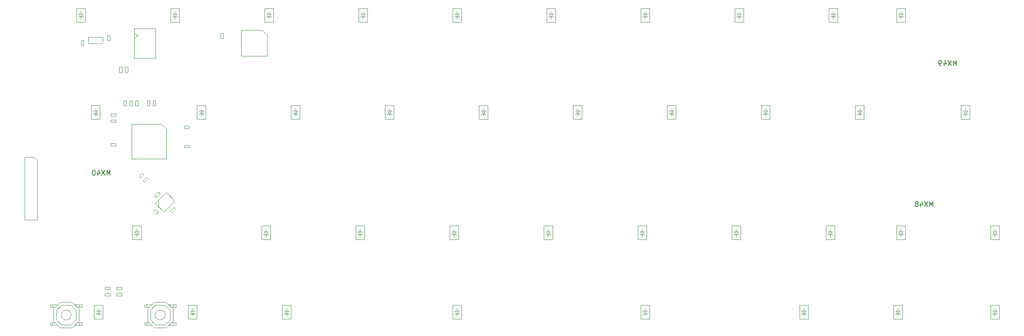
<source format=gbr>
%TF.GenerationSoftware,KiCad,Pcbnew,7.0.6*%
%TF.CreationDate,2023-12-03T11:50:16-05:00*%
%TF.ProjectId,cutiepie2040-dual-stagger-hotswap-pcb,63757469-6570-4696-9532-3034302d6475,rev?*%
%TF.SameCoordinates,PX2d6b3a0PY6f46b48*%
%TF.FileFunction,AssemblyDrawing,Bot*%
%FSLAX46Y46*%
G04 Gerber Fmt 4.6, Leading zero omitted, Abs format (unit mm)*
G04 Created by KiCad (PCBNEW 7.0.6) date 2023-12-03 11:50:16*
%MOMM*%
%LPD*%
G01*
G04 APERTURE LIST*
%ADD10C,0.150000*%
%ADD11C,0.100000*%
G04 APERTURE END LIST*
D10*
X189880732Y58282929D02*
X189880732Y59282929D01*
X189880732Y59282929D02*
X189547399Y58568644D01*
X189547399Y58568644D02*
X189214066Y59282929D01*
X189214066Y59282929D02*
X189214066Y58282929D01*
X188833113Y59282929D02*
X188166447Y58282929D01*
X188166447Y59282929D02*
X188833113Y58282929D01*
X187356923Y58949596D02*
X187356923Y58282929D01*
X187595018Y59330548D02*
X187833113Y58616263D01*
X187833113Y58616263D02*
X187214066Y58616263D01*
X186785494Y58282929D02*
X186595018Y58282929D01*
X186595018Y58282929D02*
X186499780Y58330548D01*
X186499780Y58330548D02*
X186452161Y58378168D01*
X186452161Y58378168D02*
X186356923Y58521025D01*
X186356923Y58521025D02*
X186309304Y58711501D01*
X186309304Y58711501D02*
X186309304Y59092453D01*
X186309304Y59092453D02*
X186356923Y59187691D01*
X186356923Y59187691D02*
X186404542Y59235310D01*
X186404542Y59235310D02*
X186499780Y59282929D01*
X186499780Y59282929D02*
X186690256Y59282929D01*
X186690256Y59282929D02*
X186785494Y59235310D01*
X186785494Y59235310D02*
X186833113Y59187691D01*
X186833113Y59187691D02*
X186880732Y59092453D01*
X186880732Y59092453D02*
X186880732Y58854358D01*
X186880732Y58854358D02*
X186833113Y58759120D01*
X186833113Y58759120D02*
X186785494Y58711501D01*
X186785494Y58711501D02*
X186690256Y58663882D01*
X186690256Y58663882D02*
X186499780Y58663882D01*
X186499780Y58663882D02*
X186404542Y58711501D01*
X186404542Y58711501D02*
X186356923Y58759120D01*
X186356923Y58759120D02*
X186309304Y58854358D01*
X185118088Y29707695D02*
X185118088Y30707695D01*
X185118088Y30707695D02*
X184784755Y29993410D01*
X184784755Y29993410D02*
X184451422Y30707695D01*
X184451422Y30707695D02*
X184451422Y29707695D01*
X184070469Y30707695D02*
X183403803Y29707695D01*
X183403803Y30707695D02*
X184070469Y29707695D01*
X182594279Y30374362D02*
X182594279Y29707695D01*
X182832374Y30755314D02*
X183070469Y30041029D01*
X183070469Y30041029D02*
X182451422Y30041029D01*
X181927612Y30279124D02*
X182022850Y30326743D01*
X182022850Y30326743D02*
X182070469Y30374362D01*
X182070469Y30374362D02*
X182118088Y30469600D01*
X182118088Y30469600D02*
X182118088Y30517219D01*
X182118088Y30517219D02*
X182070469Y30612457D01*
X182070469Y30612457D02*
X182022850Y30660076D01*
X182022850Y30660076D02*
X181927612Y30707695D01*
X181927612Y30707695D02*
X181737136Y30707695D01*
X181737136Y30707695D02*
X181641898Y30660076D01*
X181641898Y30660076D02*
X181594279Y30612457D01*
X181594279Y30612457D02*
X181546660Y30517219D01*
X181546660Y30517219D02*
X181546660Y30469600D01*
X181546660Y30469600D02*
X181594279Y30374362D01*
X181594279Y30374362D02*
X181641898Y30326743D01*
X181641898Y30326743D02*
X181737136Y30279124D01*
X181737136Y30279124D02*
X181927612Y30279124D01*
X181927612Y30279124D02*
X182022850Y30231505D01*
X182022850Y30231505D02*
X182070469Y30183886D01*
X182070469Y30183886D02*
X182118088Y30088648D01*
X182118088Y30088648D02*
X182118088Y29898172D01*
X182118088Y29898172D02*
X182070469Y29802934D01*
X182070469Y29802934D02*
X182022850Y29755314D01*
X182022850Y29755314D02*
X181927612Y29707695D01*
X181927612Y29707695D02*
X181737136Y29707695D01*
X181737136Y29707695D02*
X181641898Y29755314D01*
X181641898Y29755314D02*
X181594279Y29802934D01*
X181594279Y29802934D02*
X181546660Y29898172D01*
X181546660Y29898172D02*
X181546660Y30088648D01*
X181546660Y30088648D02*
X181594279Y30183886D01*
X181594279Y30183886D02*
X181641898Y30231505D01*
X181641898Y30231505D02*
X181737136Y30279124D01*
X18430588Y36057905D02*
X18430588Y37057905D01*
X18430588Y37057905D02*
X18097255Y36343620D01*
X18097255Y36343620D02*
X17763922Y37057905D01*
X17763922Y37057905D02*
X17763922Y36057905D01*
X17382969Y37057905D02*
X16716303Y36057905D01*
X16716303Y37057905D02*
X17382969Y36057905D01*
X15906779Y36724572D02*
X15906779Y36057905D01*
X16144874Y37105524D02*
X16382969Y36391239D01*
X16382969Y36391239D02*
X15763922Y36391239D01*
X15192493Y37057905D02*
X15097255Y37057905D01*
X15097255Y37057905D02*
X15002017Y37010286D01*
X15002017Y37010286D02*
X14954398Y36962667D01*
X14954398Y36962667D02*
X14906779Y36867429D01*
X14906779Y36867429D02*
X14859160Y36676953D01*
X14859160Y36676953D02*
X14859160Y36438858D01*
X14859160Y36438858D02*
X14906779Y36248382D01*
X14906779Y36248382D02*
X14954398Y36153144D01*
X14954398Y36153144D02*
X15002017Y36105524D01*
X15002017Y36105524D02*
X15097255Y36057905D01*
X15097255Y36057905D02*
X15192493Y36057905D01*
X15192493Y36057905D02*
X15287731Y36105524D01*
X15287731Y36105524D02*
X15335350Y36153144D01*
X15335350Y36153144D02*
X15382969Y36248382D01*
X15382969Y36248382D02*
X15430588Y36438858D01*
X15430588Y36438858D02*
X15430588Y36676953D01*
X15430588Y36676953D02*
X15382969Y36867429D01*
X15382969Y36867429D02*
X15335350Y36962667D01*
X15335350Y36962667D02*
X15287731Y37010286D01*
X15287731Y37010286D02*
X15192493Y37057905D01*
D11*
%TO.C,C_1V-Decoup2*%
X27134318Y50101801D02*
X27634318Y50101801D01*
X27634318Y50101801D02*
X27634318Y51101801D01*
X27134318Y51101801D02*
X27134318Y50101801D01*
X27634318Y51101801D02*
X27134318Y51101801D01*
%TO.C,D6*%
X36009326Y47415862D02*
X37809326Y47415862D01*
X37809326Y47415862D02*
X37809326Y50215862D01*
X36909326Y48065862D02*
X36909326Y48465862D01*
X36909326Y48465862D02*
X36359326Y48465862D01*
X36909326Y48465862D02*
X37459326Y48465862D01*
X36909326Y48465862D02*
X37309326Y49065862D01*
X36509326Y49065862D02*
X36909326Y48465862D01*
X36909326Y49065862D02*
X36909326Y49565862D01*
X37309326Y49065862D02*
X36509326Y49065862D01*
X36009326Y50215862D02*
X36009326Y47415862D01*
X37809326Y50215862D02*
X36009326Y50215862D01*
%TO.C,D14*%
X74109358Y47415862D02*
X75909358Y47415862D01*
X75909358Y47415862D02*
X75909358Y50215862D01*
X75009358Y48065862D02*
X75009358Y48465862D01*
X75009358Y48465862D02*
X74459358Y48465862D01*
X75009358Y48465862D02*
X75559358Y48465862D01*
X75009358Y48465862D02*
X75409358Y49065862D01*
X74609358Y49065862D02*
X75009358Y48465862D01*
X75009358Y49065862D02*
X75009358Y49565862D01*
X75409358Y49065862D02*
X74609358Y49065862D01*
X74109358Y50215862D02*
X74109358Y47415862D01*
X75909358Y50215862D02*
X74109358Y50215862D01*
%TO.C,C_Crystal1*%
X30606431Y28813191D02*
X30959984Y28459638D01*
X30959984Y28459638D02*
X31667091Y29166745D01*
X31313538Y29520298D02*
X30606431Y28813191D01*
X31667091Y29166745D02*
X31313538Y29520298D01*
%TO.C,SW2*%
X12724928Y5639265D02*
X12724928Y6139265D01*
X12724928Y6139265D02*
X11724928Y6139265D01*
X12724928Y9339265D02*
X11724928Y9339265D01*
X12724928Y9839265D02*
X12724928Y9339265D01*
X12224928Y5639265D02*
X12224928Y6139265D01*
X12224928Y9839265D02*
X12224928Y9339265D01*
X12124928Y6539265D02*
X10724928Y5139265D01*
X12124928Y8939265D02*
X12124928Y6539265D01*
X11524928Y6739265D02*
X11524928Y8739265D01*
X11524928Y8739265D02*
X10524928Y9739265D01*
X11224928Y5639265D02*
X12724928Y5639265D01*
X11224928Y9839265D02*
X12724928Y9839265D01*
X10724928Y5139265D02*
X8324928Y5139265D01*
X10724928Y10339265D02*
X12124928Y8939265D01*
X10524928Y5739265D02*
X11524928Y6739265D01*
X10524928Y9739265D02*
X8524928Y9739265D01*
X8524928Y5739265D02*
X10524928Y5739265D01*
X8524928Y9739265D02*
X7524928Y8739265D01*
X8324928Y5139265D02*
X6924928Y6539265D01*
X8324928Y10339265D02*
X10724928Y10339265D01*
X7824928Y5639265D02*
X6324928Y5639265D01*
X7824928Y9839265D02*
X6324928Y9839265D01*
X7524928Y6739265D02*
X8524928Y5739265D01*
X7524928Y8739265D02*
X7524928Y6739265D01*
X6924928Y6539265D02*
X6924928Y8939265D01*
X6924928Y8939265D02*
X8324928Y10339265D01*
X6824928Y5639265D02*
X6824928Y6139265D01*
X6824928Y9839265D02*
X6824928Y9339265D01*
X6324928Y5639265D02*
X6324928Y6139265D01*
X6324928Y6139265D02*
X7324928Y6139265D01*
X6324928Y9339265D02*
X7324928Y9339265D01*
X6324928Y9839265D02*
X6324928Y9339265D01*
X10524928Y7739265D02*
G75*
G03*
X10524928Y7739265I-1000000J0D01*
G01*
%TO.C,D37*%
X196743836Y23008029D02*
X198543836Y23008029D01*
X198543836Y23008029D02*
X198543836Y25808029D01*
X197643836Y23658029D02*
X197643836Y24058029D01*
X197643836Y24058029D02*
X197093836Y24058029D01*
X197643836Y24058029D02*
X198193836Y24058029D01*
X197643836Y24058029D02*
X198043836Y24658029D01*
X197243836Y24658029D02*
X197643836Y24058029D01*
X197643836Y24658029D02*
X197643836Y25158029D01*
X198043836Y24658029D02*
X197243836Y24658029D01*
X196743836Y25808029D02*
X196743836Y23008029D01*
X198543836Y25808029D02*
X196743836Y25808029D01*
%TO.C,R_Crystal1*%
X27417481Y31966786D02*
X27799319Y31584948D01*
X27799319Y31584948D02*
X28541781Y32327410D01*
X28159943Y32709248D02*
X27417481Y31966786D01*
X28541781Y32327410D02*
X28159943Y32709248D01*
%TO.C,R_Flash2*%
X17334310Y13367082D02*
X17334310Y12827082D01*
X17334310Y12827082D02*
X18384310Y12827082D01*
X18384310Y13367082D02*
X17334310Y13367082D01*
X18384310Y12827082D02*
X18384310Y13367082D01*
%TO.C,D17*%
X93159374Y47415862D02*
X94959374Y47415862D01*
X94959374Y47415862D02*
X94959374Y50215862D01*
X94059374Y48065862D02*
X94059374Y48465862D01*
X94059374Y48465862D02*
X93509374Y48465862D01*
X94059374Y48465862D02*
X94609374Y48465862D01*
X94059374Y48465862D02*
X94459374Y49065862D01*
X93659374Y49065862D02*
X94059374Y48465862D01*
X94059374Y49065862D02*
X94059374Y49565862D01*
X94459374Y49065862D02*
X93659374Y49065862D01*
X93159374Y50215862D02*
X93159374Y47415862D01*
X94959374Y50215862D02*
X93159374Y50215862D01*
%TO.C,R_Flash1*%
X20765562Y12827082D02*
X20765562Y13367082D01*
X20765562Y13367082D02*
X19715562Y13367082D01*
X19715562Y12827082D02*
X20765562Y12827082D01*
X19715562Y13367082D02*
X19715562Y12827082D01*
%TO.C,SW1*%
X25374944Y9839265D02*
X25374944Y9339265D01*
X25374944Y9339265D02*
X26374944Y9339265D01*
X25374944Y6139265D02*
X26374944Y6139265D01*
X25374944Y5639265D02*
X25374944Y6139265D01*
X25874944Y9839265D02*
X25874944Y9339265D01*
X25874944Y5639265D02*
X25874944Y6139265D01*
X25974944Y8939265D02*
X27374944Y10339265D01*
X25974944Y6539265D02*
X25974944Y8939265D01*
X26574944Y8739265D02*
X26574944Y6739265D01*
X26574944Y6739265D02*
X27574944Y5739265D01*
X26874944Y9839265D02*
X25374944Y9839265D01*
X26874944Y5639265D02*
X25374944Y5639265D01*
X27374944Y10339265D02*
X29774944Y10339265D01*
X27374944Y5139265D02*
X25974944Y6539265D01*
X27574944Y9739265D02*
X26574944Y8739265D01*
X27574944Y5739265D02*
X29574944Y5739265D01*
X29574944Y9739265D02*
X27574944Y9739265D01*
X29574944Y5739265D02*
X30574944Y6739265D01*
X29774944Y10339265D02*
X31174944Y8939265D01*
X29774944Y5139265D02*
X27374944Y5139265D01*
X30274944Y9839265D02*
X31774944Y9839265D01*
X30274944Y5639265D02*
X31774944Y5639265D01*
X30574944Y8739265D02*
X29574944Y9739265D01*
X30574944Y6739265D02*
X30574944Y8739265D01*
X31174944Y8939265D02*
X31174944Y6539265D01*
X31174944Y6539265D02*
X29774944Y5139265D01*
X31274944Y9839265D02*
X31274944Y9339265D01*
X31274944Y5639265D02*
X31274944Y6139265D01*
X31774944Y9839265D02*
X31774944Y9339265D01*
X31774944Y9339265D02*
X30774944Y9339265D01*
X31774944Y6139265D02*
X30774944Y6139265D01*
X31774944Y5639265D02*
X31774944Y6139265D01*
X29574944Y7739265D02*
G75*
G03*
X29574944Y7739265I-1000000J0D01*
G01*
%TO.C,R_Flash3*%
X19715561Y12176456D02*
X19715561Y11636456D01*
X19715561Y11636456D02*
X20765561Y11636456D01*
X20765561Y12176456D02*
X19715561Y12176456D01*
X20765561Y11636456D02*
X20765561Y12176456D01*
%TO.C,D8*%
X34223387Y6934578D02*
X36023387Y6934578D01*
X36023387Y6934578D02*
X36023387Y9734578D01*
X35123387Y7584578D02*
X35123387Y7984578D01*
X35123387Y7984578D02*
X34573387Y7984578D01*
X35123387Y7984578D02*
X35673387Y7984578D01*
X35123387Y7984578D02*
X35523387Y8584578D01*
X34723387Y8584578D02*
X35123387Y7984578D01*
X35123387Y8584578D02*
X35123387Y9084578D01*
X35523387Y8584578D02*
X34723387Y8584578D01*
X34223387Y9734578D02*
X34223387Y6934578D01*
X36023387Y9734578D02*
X34223387Y9734578D01*
%TO.C,D20*%
X106851840Y67061191D02*
X108651840Y67061191D01*
X108651840Y67061191D02*
X108651840Y69861191D01*
X107751840Y67711191D02*
X107751840Y68111191D01*
X107751840Y68111191D02*
X107201840Y68111191D01*
X107751840Y68111191D02*
X108301840Y68111191D01*
X107751840Y68111191D02*
X108151840Y68711191D01*
X107351840Y68711191D02*
X107751840Y68111191D01*
X107751840Y68711191D02*
X107751840Y69211191D01*
X108151840Y68711191D02*
X107351840Y68711191D01*
X106851840Y69861191D02*
X106851840Y67061191D01*
X108651840Y69861191D02*
X106851840Y69861191D01*
%TO.C,D15*%
X87206244Y23008029D02*
X89006244Y23008029D01*
X89006244Y23008029D02*
X89006244Y25808029D01*
X88106244Y23658029D02*
X88106244Y24058029D01*
X88106244Y24058029D02*
X87556244Y24058029D01*
X88106244Y24058029D02*
X88656244Y24058029D01*
X88106244Y24058029D02*
X88506244Y24658029D01*
X87706244Y24658029D02*
X88106244Y24058029D01*
X88106244Y24658029D02*
X88106244Y25158029D01*
X88506244Y24658029D02*
X87706244Y24658029D01*
X87206244Y25808029D02*
X87206244Y23008029D01*
X89006244Y25808029D02*
X87206244Y25808029D01*
%TO.C,D31*%
X164001621Y67061191D02*
X165801621Y67061191D01*
X165801621Y67061191D02*
X165801621Y69861191D01*
X164901621Y67711191D02*
X164901621Y68111191D01*
X164901621Y68111191D02*
X164351621Y68111191D01*
X164901621Y68111191D02*
X165451621Y68111191D01*
X164901621Y68111191D02*
X165301621Y68711191D01*
X164501621Y68711191D02*
X164901621Y68111191D01*
X164901621Y68711191D02*
X164901621Y69211191D01*
X165301621Y68711191D02*
X164501621Y68711191D01*
X164001621Y69861191D02*
X164001621Y67061191D01*
X165801621Y69861191D02*
X164001621Y69861191D01*
%TO.C,C_3V-Decoup2*%
X21181304Y50101690D02*
X21681304Y50101690D01*
X21681304Y50101690D02*
X21681304Y51101690D01*
X21181304Y51101690D02*
X21181304Y50101690D01*
X21681304Y51101690D02*
X21181304Y51101690D01*
%TO.C,D13*%
X68751744Y67061191D02*
X70551744Y67061191D01*
X70551744Y67061191D02*
X70551744Y69861191D01*
X69651744Y67711191D02*
X69651744Y68111191D01*
X69651744Y68111191D02*
X69101744Y68111191D01*
X69651744Y68111191D02*
X70201744Y68111191D01*
X69651744Y68111191D02*
X70051744Y68711191D01*
X69251744Y68711191D02*
X69651744Y68111191D01*
X69651744Y68711191D02*
X69651744Y69211191D01*
X70051744Y68711191D02*
X69251744Y68711191D01*
X68751744Y69861191D02*
X68751744Y67061191D01*
X70551744Y69861191D02*
X68751744Y69861191D01*
%TO.C,D23*%
X125901589Y6934578D02*
X127701589Y6934578D01*
X127701589Y6934578D02*
X127701589Y9734578D01*
X126801589Y7584578D02*
X126801589Y7984578D01*
X126801589Y7984578D02*
X126251589Y7984578D01*
X126801589Y7984578D02*
X127351589Y7984578D01*
X126801589Y7984578D02*
X127201589Y8584578D01*
X126401589Y8584578D02*
X126801589Y7984578D01*
X126801589Y8584578D02*
X126801589Y9084578D01*
X127201589Y8584578D02*
X126401589Y8584578D01*
X125901589Y9734578D02*
X125901589Y6934578D01*
X127701589Y9734578D02*
X125901589Y9734578D01*
%TO.C,C_3V-Decoup7*%
X22371812Y50101690D02*
X22871812Y50101690D01*
X22871812Y50101690D02*
X22871812Y51101690D01*
X22371812Y51101690D02*
X22371812Y50101690D01*
X22871812Y51101690D02*
X22371812Y51101690D01*
%TO.C,D32*%
X169359438Y47415862D02*
X171159438Y47415862D01*
X171159438Y47415862D02*
X171159438Y50215862D01*
X170259438Y48065862D02*
X170259438Y48465862D01*
X170259438Y48465862D02*
X169709438Y48465862D01*
X170259438Y48465862D02*
X170809438Y48465862D01*
X170259438Y48465862D02*
X170659438Y49065862D01*
X169859438Y49065862D02*
X170259438Y48465862D01*
X170259438Y49065862D02*
X170259438Y49565862D01*
X170659438Y49065862D02*
X169859438Y49065862D01*
X169359438Y50215862D02*
X169359438Y47415862D01*
X171159438Y50215862D02*
X169359438Y50215862D01*
%TO.C,D4*%
X15173371Y6934578D02*
X16973371Y6934578D01*
X16973371Y6934578D02*
X16973371Y9734578D01*
X16073371Y7584578D02*
X16073371Y7984578D01*
X16073371Y7984578D02*
X15523371Y7984578D01*
X16073371Y7984578D02*
X16623371Y7984578D01*
X16073371Y7984578D02*
X16473371Y8584578D01*
X15673371Y8584578D02*
X16073371Y7984578D01*
X16073371Y8584578D02*
X16073371Y9084578D01*
X16473371Y8584578D02*
X15673371Y8584578D01*
X15173371Y9734578D02*
X15173371Y6934578D01*
X16973371Y9734578D02*
X15173371Y9734578D01*
%TO.C,C_3V-Decoup9*%
X33432761Y42112608D02*
X33432761Y41612608D01*
X33432761Y41612608D02*
X34432761Y41612608D01*
X34432761Y42112608D02*
X33432761Y42112608D01*
X34432761Y41612608D02*
X34432761Y42112608D01*
%TO.C,C_3V-Decoup4*%
X19549936Y42017419D02*
X19549936Y42517419D01*
X19549936Y42517419D02*
X18549936Y42517419D01*
X18549936Y42017419D02*
X19549936Y42017419D01*
X18549936Y42517419D02*
X18549936Y42017419D01*
%TO.C,D26*%
X144356292Y23008029D02*
X146156292Y23008029D01*
X146156292Y23008029D02*
X146156292Y25808029D01*
X145256292Y23658029D02*
X145256292Y24058029D01*
X145256292Y24058029D02*
X144706292Y24058029D01*
X145256292Y24058029D02*
X145806292Y24058029D01*
X145256292Y24058029D02*
X145656292Y24658029D01*
X144856292Y24658029D02*
X145256292Y24058029D01*
X145256292Y24658029D02*
X145256292Y25158029D01*
X145656292Y24658029D02*
X144856292Y24658029D01*
X144356292Y25808029D02*
X144356292Y23008029D01*
X146156292Y25808029D02*
X144356292Y25808029D01*
%TO.C,D28*%
X150309422Y47415862D02*
X152109422Y47415862D01*
X152109422Y47415862D02*
X152109422Y50215862D01*
X151209422Y48065862D02*
X151209422Y48465862D01*
X151209422Y48465862D02*
X150659422Y48465862D01*
X151209422Y48465862D02*
X151759422Y48465862D01*
X151209422Y48465862D02*
X151609422Y49065862D01*
X150809422Y49065862D02*
X151209422Y48465862D01*
X151209422Y49065862D02*
X151209422Y49565862D01*
X151609422Y49065862D02*
X150809422Y49065862D01*
X150309422Y50215862D02*
X150309422Y47415862D01*
X152109422Y50215862D02*
X150309422Y50215862D01*
%TO.C,R_DATA1*%
X21998959Y57972801D02*
X21458959Y57972801D01*
X21458959Y57972801D02*
X21458959Y56922801D01*
X21998959Y56922801D02*
X21998959Y57972801D01*
X21458959Y56922801D02*
X21998959Y56922801D01*
%TO.C,C_3V-Decoup8*%
X26128709Y35300440D02*
X25775156Y35653993D01*
X25775156Y35653993D02*
X25068049Y34946886D01*
X25421602Y34593333D02*
X26128709Y35300440D01*
X25068049Y34946886D02*
X25421602Y34593333D01*
%TO.C,C_Flash1*%
X41326517Y64730627D02*
X40826517Y64730627D01*
X40826517Y64730627D02*
X40826517Y63730627D01*
X41326517Y63730627D02*
X41326517Y64730627D01*
X40826517Y63730627D02*
X41326517Y63730627D01*
%TO.C,D10*%
X55059342Y47415862D02*
X56859342Y47415862D01*
X56859342Y47415862D02*
X56859342Y50215862D01*
X55959342Y48065862D02*
X55959342Y48465862D01*
X55959342Y48465862D02*
X55409342Y48465862D01*
X55959342Y48465862D02*
X56509342Y48465862D01*
X55959342Y48465862D02*
X56359342Y49065862D01*
X55559342Y49065862D02*
X55959342Y48465862D01*
X55959342Y49065862D02*
X55959342Y49565862D01*
X56359342Y49065862D02*
X55559342Y49065862D01*
X55059342Y50215862D02*
X55059342Y47415862D01*
X56859342Y50215862D02*
X55059342Y50215862D01*
%TO.C,D35*%
X177693820Y67061191D02*
X179493820Y67061191D01*
X179493820Y67061191D02*
X179493820Y69861191D01*
X178593820Y67711191D02*
X178593820Y68111191D01*
X178593820Y68111191D02*
X178043820Y68111191D01*
X178593820Y68111191D02*
X179143820Y68111191D01*
X178593820Y68111191D02*
X178993820Y68711191D01*
X178193820Y68711191D02*
X178593820Y68111191D01*
X178593820Y68711191D02*
X178593820Y69211191D01*
X178993820Y68711191D02*
X178193820Y68711191D01*
X177693820Y69861191D02*
X177693820Y67061191D01*
X179493820Y69861191D02*
X177693820Y69861191D01*
%TO.C,D38*%
X196743836Y6934578D02*
X198543836Y6934578D01*
X198543836Y6934578D02*
X198543836Y9734578D01*
X197643836Y7584578D02*
X197643836Y7984578D01*
X197643836Y7984578D02*
X197093836Y7984578D01*
X197643836Y7984578D02*
X198193836Y7984578D01*
X197643836Y7984578D02*
X198043836Y8584578D01*
X197243836Y8584578D02*
X197643836Y7984578D01*
X197643836Y8584578D02*
X197643836Y9084578D01*
X198043836Y8584578D02*
X197243836Y8584578D01*
X196743836Y9734578D02*
X196743836Y6934578D01*
X198543836Y9734578D02*
X196743836Y9734578D01*
%TO.C,D19*%
X87801557Y6934578D02*
X89601557Y6934578D01*
X89601557Y6934578D02*
X89601557Y9734578D01*
X88701557Y7584578D02*
X88701557Y7984578D01*
X88701557Y7984578D02*
X88151557Y7984578D01*
X88701557Y7984578D02*
X89251557Y7984578D01*
X88701557Y7984578D02*
X89101557Y8584578D01*
X88301557Y8584578D02*
X88701557Y7984578D01*
X88701557Y8584578D02*
X88701557Y9084578D01*
X89101557Y8584578D02*
X88301557Y8584578D01*
X87801557Y9734578D02*
X87801557Y6934578D01*
X89601557Y9734578D02*
X87801557Y9734578D01*
%TO.C,U3*%
X14028164Y62718127D02*
X16603164Y62718127D01*
X16603164Y62718127D02*
X16928164Y63043127D01*
X16928164Y63043127D02*
X16928164Y64018127D01*
X14028164Y64018127D02*
X14028164Y62718127D01*
X16928164Y64018127D02*
X14028164Y64018127D01*
%TO.C,D25*%
X131259406Y47415862D02*
X133059406Y47415862D01*
X133059406Y47415862D02*
X133059406Y50215862D01*
X132159406Y48065862D02*
X132159406Y48465862D01*
X132159406Y48465862D02*
X131609406Y48465862D01*
X132159406Y48465862D02*
X132709406Y48465862D01*
X132159406Y48465862D02*
X132559406Y49065862D01*
X131759406Y49065862D02*
X132159406Y48465862D01*
X132159406Y49065862D02*
X132159406Y49565862D01*
X132559406Y49065862D02*
X131759406Y49065862D01*
X131259406Y50215862D02*
X131259406Y47415862D01*
X133059406Y50215862D02*
X131259406Y50215862D01*
%TO.C,D11*%
X68156228Y23008029D02*
X69956228Y23008029D01*
X69956228Y23008029D02*
X69956228Y25808029D01*
X69056228Y23658029D02*
X69056228Y24058029D01*
X69056228Y24058029D02*
X68506228Y24058029D01*
X69056228Y24058029D02*
X69606228Y24058029D01*
X69056228Y24058029D02*
X69456228Y24658029D01*
X68656228Y24658029D02*
X69056228Y24058029D01*
X69056228Y24658029D02*
X69056228Y25158029D01*
X69456228Y24658029D02*
X68656228Y24658029D01*
X68156228Y25808029D02*
X68156228Y23008029D01*
X69956228Y25808029D02*
X68156228Y25808029D01*
%TO.C,C_1V-Decoup3*%
X25286808Y36142341D02*
X24933255Y36495894D01*
X24933255Y36495894D02*
X24226148Y35788787D01*
X24579701Y35435234D02*
X25286808Y36142341D01*
X24226148Y35788787D02*
X24579701Y35435234D01*
%TO.C,D18*%
X106256260Y23008029D02*
X108056260Y23008029D01*
X108056260Y23008029D02*
X108056260Y25808029D01*
X107156260Y23658029D02*
X107156260Y24058029D01*
X107156260Y24058029D02*
X106606260Y24058029D01*
X107156260Y24058029D02*
X107706260Y24058029D01*
X107156260Y24058029D02*
X107556260Y24658029D01*
X106756260Y24658029D02*
X107156260Y24058029D01*
X107156260Y24658029D02*
X107156260Y25158029D01*
X107556260Y24658029D02*
X106756260Y24658029D01*
X106256260Y25808029D02*
X106256260Y23008029D01*
X108056260Y25808029D02*
X106256260Y25808029D01*
%TO.C,D34*%
X177098507Y6934578D02*
X178898507Y6934578D01*
X178898507Y6934578D02*
X178898507Y9734578D01*
X177998507Y7584578D02*
X177998507Y7984578D01*
X177998507Y7984578D02*
X177448507Y7984578D01*
X177998507Y7984578D02*
X178548507Y7984578D01*
X177998507Y7984578D02*
X178398507Y8584578D01*
X177598507Y8584578D02*
X177998507Y7984578D01*
X177998507Y8584578D02*
X177998507Y9084578D01*
X178398507Y8584578D02*
X177598507Y8584578D01*
X177098507Y9734578D02*
X177098507Y6934578D01*
X178898507Y9734578D02*
X177098507Y9734578D01*
%TO.C,D2*%
X14578058Y47415862D02*
X16378058Y47415862D01*
X16378058Y47415862D02*
X16378058Y50215862D01*
X15478058Y48065862D02*
X15478058Y48465862D01*
X15478058Y48465862D02*
X14928058Y48465862D01*
X15478058Y48465862D02*
X16028058Y48465862D01*
X15478058Y48465862D02*
X15878058Y49065862D01*
X15078058Y49065862D02*
X15478058Y48465862D01*
X15478058Y49065862D02*
X15478058Y49565862D01*
X15878058Y49065862D02*
X15078058Y49065862D01*
X14578058Y50215862D02*
X14578058Y47415862D01*
X16378058Y50215862D02*
X14578058Y50215862D01*
%TO.C,D3*%
X22912440Y23008029D02*
X24712440Y23008029D01*
X24712440Y23008029D02*
X24712440Y25808029D01*
X23812440Y23658029D02*
X23812440Y24058029D01*
X23812440Y24058029D02*
X23262440Y24058029D01*
X23812440Y24058029D02*
X24362440Y24058029D01*
X23812440Y24058029D02*
X24212440Y24658029D01*
X23412440Y24658029D02*
X23812440Y24058029D01*
X23812440Y24658029D02*
X23812440Y25158029D01*
X24212440Y24658029D02*
X23412440Y24658029D01*
X22912440Y25808029D02*
X22912440Y23008029D01*
X24712440Y25808029D02*
X22912440Y25808029D01*
%TO.C,D29*%
X163406308Y23008029D02*
X165206308Y23008029D01*
X165206308Y23008029D02*
X165206308Y25808029D01*
X164306308Y23658029D02*
X164306308Y24058029D01*
X164306308Y24058029D02*
X163756308Y24058029D01*
X164306308Y24058029D02*
X164856308Y24058029D01*
X164306308Y24058029D02*
X164706308Y24658029D01*
X163906308Y24658029D02*
X164306308Y24058029D01*
X164306308Y24658029D02*
X164306308Y25158029D01*
X164706308Y24658029D02*
X163906308Y24658029D01*
X163406308Y25808029D02*
X163406308Y23008029D01*
X165206308Y25808029D02*
X163406308Y25808029D01*
%TO.C,D16*%
X87801792Y67061191D02*
X89601792Y67061191D01*
X89601792Y67061191D02*
X89601792Y69861191D01*
X88701792Y67711191D02*
X88701792Y68111191D01*
X88701792Y68111191D02*
X88151792Y68111191D01*
X88701792Y68111191D02*
X89251792Y68111191D01*
X88701792Y68111191D02*
X89101792Y68711191D01*
X88301792Y68711191D02*
X88701792Y68111191D01*
X88701792Y68711191D02*
X88701792Y69211191D01*
X89101792Y68711191D02*
X88301792Y68711191D01*
X87801792Y69861191D02*
X87801792Y67061191D01*
X89601792Y69861191D02*
X87801792Y69861191D01*
%TO.C,C_3V-Decoup6*%
X33432761Y46089297D02*
X33432761Y45589297D01*
X33432761Y45589297D02*
X34432761Y45589297D01*
X34432761Y46089297D02*
X33432761Y46089297D01*
X34432761Y45589297D02*
X34432761Y46089297D01*
%TO.C,D30*%
X158048491Y6934578D02*
X159848491Y6934578D01*
X159848491Y6934578D02*
X159848491Y9734578D01*
X158948491Y7584578D02*
X158948491Y7984578D01*
X158948491Y7984578D02*
X158398491Y7984578D01*
X158948491Y7984578D02*
X159498491Y7984578D01*
X158948491Y7984578D02*
X159348491Y8584578D01*
X158548491Y8584578D02*
X158948491Y7984578D01*
X158948491Y8584578D02*
X158948491Y9084578D01*
X159348491Y8584578D02*
X158548491Y8584578D01*
X158048491Y9734578D02*
X158048491Y6934578D01*
X159848491Y9734578D02*
X158048491Y9734578D01*
%TO.C,D1*%
X11601493Y67061191D02*
X13401493Y67061191D01*
X13401493Y67061191D02*
X13401493Y69861191D01*
X12501493Y67711191D02*
X12501493Y68111191D01*
X12501493Y68111191D02*
X11951493Y68111191D01*
X12501493Y68111191D02*
X13051493Y68111191D01*
X12501493Y68111191D02*
X12901493Y68711191D01*
X12101493Y68711191D02*
X12501493Y68111191D01*
X12501493Y68711191D02*
X12501493Y69211191D01*
X12901493Y68711191D02*
X12101493Y68711191D01*
X11601493Y69861191D02*
X11601493Y67061191D01*
X13401493Y69861191D02*
X11601493Y69861191D01*
%TO.C,C_3V-Decoup1*%
X19549936Y47970549D02*
X19549936Y48470549D01*
X19549936Y48470549D02*
X18549936Y48470549D01*
X18549936Y47970549D02*
X19549936Y47970549D01*
X18549936Y48470549D02*
X18549936Y47970549D01*
%TO.C,C_LD1*%
X18407077Y64325627D02*
X17907077Y64325627D01*
X17907077Y64325627D02*
X17907077Y63325627D01*
X18407077Y63325627D02*
X18407077Y64325627D01*
X17907077Y63325627D02*
X18407077Y63325627D01*
%TO.C,R_RST1*%
X17334310Y12176456D02*
X17334310Y11636456D01*
X17334310Y11636456D02*
X18384310Y11636456D01*
X18384310Y12176456D02*
X17334310Y12176456D01*
X18384310Y11636456D02*
X18384310Y12176456D01*
%TO.C,U2*%
X50239960Y60190627D02*
X50239960Y64420627D01*
X50239960Y64420627D02*
X49239960Y65420627D01*
X49239960Y65420627D02*
X45009960Y65420627D01*
X45009960Y60190627D02*
X50239960Y60190627D01*
X45009960Y65420627D02*
X45009960Y60190627D01*
%TO.C,D33*%
X177693820Y23008029D02*
X179493820Y23008029D01*
X179493820Y23008029D02*
X179493820Y25808029D01*
X178593820Y23658029D02*
X178593820Y24058029D01*
X178593820Y24058029D02*
X178043820Y24058029D01*
X178593820Y24058029D02*
X179143820Y24058029D01*
X178593820Y24058029D02*
X178993820Y24658029D01*
X178193820Y24658029D02*
X178593820Y24058029D01*
X178593820Y24658029D02*
X178593820Y25158029D01*
X178993820Y24658029D02*
X178193820Y24658029D01*
X177693820Y25808029D02*
X177693820Y23008029D01*
X179493820Y25808029D02*
X177693820Y25808029D01*
%TO.C,D36*%
X190790706Y47415862D02*
X192590706Y47415862D01*
X192590706Y47415862D02*
X192590706Y50215862D01*
X191690706Y48065862D02*
X191690706Y48465862D01*
X191690706Y48465862D02*
X191140706Y48465862D01*
X191690706Y48465862D02*
X192240706Y48465862D01*
X191690706Y48465862D02*
X192090706Y49065862D01*
X191290706Y49065862D02*
X191690706Y48465862D01*
X191690706Y49065862D02*
X191690706Y49565862D01*
X192090706Y49065862D02*
X191290706Y49065862D01*
X190790706Y50215862D02*
X190790706Y47415862D01*
X192590706Y50215862D02*
X190790706Y50215862D01*
%TO.C,D7*%
X49106212Y23008029D02*
X50906212Y23008029D01*
X50906212Y23008029D02*
X50906212Y25808029D01*
X50006212Y23658029D02*
X50006212Y24058029D01*
X50006212Y24058029D02*
X49456212Y24058029D01*
X50006212Y24058029D02*
X50556212Y24058029D01*
X50006212Y24058029D02*
X50406212Y24658029D01*
X49606212Y24658029D02*
X50006212Y24058029D01*
X50006212Y24658029D02*
X50006212Y25158029D01*
X50406212Y24658029D02*
X49606212Y24658029D01*
X49106212Y25808029D02*
X49106212Y23008029D01*
X50906212Y25808029D02*
X49106212Y25808029D01*
%TO.C,D12*%
X53273403Y6934578D02*
X55073403Y6934578D01*
X55073403Y6934578D02*
X55073403Y9734578D01*
X54173403Y7584578D02*
X54173403Y7984578D01*
X54173403Y7984578D02*
X53623403Y7984578D01*
X54173403Y7984578D02*
X54723403Y7984578D01*
X54173403Y7984578D02*
X54573403Y8584578D01*
X53773403Y8584578D02*
X54173403Y7984578D01*
X54173403Y8584578D02*
X54173403Y9084578D01*
X54573403Y8584578D02*
X53773403Y8584578D01*
X53273403Y9734578D02*
X53273403Y6934578D01*
X55073403Y9734578D02*
X53273403Y9734578D01*
%TO.C,C_1V-Decoup1*%
X23562440Y50101690D02*
X24062440Y50101690D01*
X24062440Y50101690D02*
X24062440Y51101690D01*
X23562440Y51101690D02*
X23562440Y50101690D01*
X24062440Y51101690D02*
X23562440Y51101690D01*
%TO.C,C_3V-Decoup3*%
X25943692Y50101801D02*
X26443692Y50101801D01*
X26443692Y50101801D02*
X26443692Y51101801D01*
X25943692Y51101801D02*
X25943692Y50101801D01*
X26443692Y51101801D02*
X25943692Y51101801D01*
%TO.C,D22*%
X125306276Y23008029D02*
X127106276Y23008029D01*
X127106276Y23008029D02*
X127106276Y25808029D01*
X126206276Y23658029D02*
X126206276Y24058029D01*
X126206276Y24058029D02*
X125656276Y24058029D01*
X126206276Y24058029D02*
X126756276Y24058029D01*
X126206276Y24058029D02*
X126606276Y24658029D01*
X125806276Y24658029D02*
X126206276Y24058029D01*
X126206276Y24658029D02*
X126206276Y25158029D01*
X126606276Y24658029D02*
X125806276Y24658029D01*
X125306276Y25808029D02*
X125306276Y23008029D01*
X127106276Y25808029D02*
X125306276Y25808029D01*
%TO.C,U1*%
X29778188Y39362608D02*
X29778188Y45362608D01*
X29778188Y45362608D02*
X28778188Y46362608D01*
X28778188Y46362608D02*
X22778188Y46362608D01*
X22778188Y39362608D02*
X29778188Y39362608D01*
X22778188Y46362608D02*
X22778188Y39362608D01*
%TO.C,J2*%
X3651172Y26987724D02*
X3651172Y39052724D01*
X3651172Y39052724D02*
X3016172Y39687724D01*
X3016172Y39687724D02*
X1111172Y39687724D01*
X1111172Y26987724D02*
X3651172Y26987724D01*
X1111172Y39687724D02*
X1111172Y26987724D01*
%TO.C,D27*%
X144951605Y67061191D02*
X146751605Y67061191D01*
X146751605Y67061191D02*
X146751605Y69861191D01*
X145851605Y67711191D02*
X145851605Y68111191D01*
X145851605Y68111191D02*
X145301605Y68111191D01*
X145851605Y68111191D02*
X146401605Y68111191D01*
X145851605Y68111191D02*
X146251605Y68711191D01*
X145451605Y68711191D02*
X145851605Y68111191D01*
X145851605Y68711191D02*
X145851605Y69211191D01*
X146251605Y68711191D02*
X145451605Y68711191D01*
X144951605Y69861191D02*
X144951605Y67061191D01*
X146751605Y69861191D02*
X144951605Y69861191D01*
%TO.C,C_Crystal2*%
X27816997Y28167624D02*
X28170550Y28521177D01*
X28170550Y28521177D02*
X27463443Y29228284D01*
X27109890Y28874731D02*
X27816997Y28167624D01*
X27463443Y29228284D02*
X27109890Y28874731D01*
%TO.C,D9*%
X49701525Y67061191D02*
X51501525Y67061191D01*
X51501525Y67061191D02*
X51501525Y69861191D01*
X50601525Y67711191D02*
X50601525Y68111191D01*
X50601525Y68111191D02*
X50051525Y68111191D01*
X50601525Y68111191D02*
X51151525Y68111191D01*
X50601525Y68111191D02*
X51001525Y68711191D01*
X50201525Y68711191D02*
X50601525Y68111191D01*
X50601525Y68711191D02*
X50601525Y69211191D01*
X51001525Y68711191D02*
X50201525Y68711191D01*
X49701525Y69861191D02*
X49701525Y67061191D01*
X51501525Y69861191D02*
X49701525Y69861191D01*
%TO.C,D24*%
X125901589Y67061191D02*
X127701589Y67061191D01*
X127701589Y67061191D02*
X127701589Y69861191D01*
X126801589Y67711191D02*
X126801589Y68111191D01*
X126801589Y68111191D02*
X126251589Y68111191D01*
X126801589Y68111191D02*
X127351589Y68111191D01*
X126801589Y68111191D02*
X127201589Y68711191D01*
X126401589Y68711191D02*
X126801589Y68111191D01*
X126801589Y68711191D02*
X126801589Y69211191D01*
X127201589Y68711191D02*
X126401589Y68711191D01*
X125901589Y69861191D02*
X125901589Y67061191D01*
X127701589Y69861191D02*
X125901589Y69861191D01*
%TO.C,C_3V-Decoup5*%
X19549936Y46779923D02*
X19549936Y47279923D01*
X19549936Y47279923D02*
X18549936Y47279923D01*
X18549936Y46779923D02*
X19549936Y46779923D01*
X18549936Y47279923D02*
X18549936Y46779923D01*
%TO.C,R_DATA2*%
X20808333Y57972801D02*
X20268333Y57972801D01*
X20268333Y57972801D02*
X20268333Y56922801D01*
X20808333Y56922801D02*
X20808333Y57972801D01*
X20268333Y56922801D02*
X20808333Y56922801D01*
%TO.C,C_LD2*%
X12549251Y62410627D02*
X13049251Y62410627D01*
X13049251Y62410627D02*
X13049251Y63410627D01*
X12549251Y63410627D02*
X12549251Y62410627D01*
X13049251Y63410627D02*
X12549251Y63410627D01*
%TO.C,J1*%
X27578188Y65805627D02*
X27578188Y59805627D01*
X23328188Y65805627D02*
X27578188Y65805627D01*
X23328188Y65805627D02*
X23328188Y59805627D01*
X23328188Y64805627D02*
X24035295Y64305627D01*
X24035295Y64305627D02*
X23328188Y63805627D01*
X23328188Y59805627D02*
X27578188Y59805627D01*
%TO.C,D21*%
X112209390Y47415862D02*
X114009390Y47415862D01*
X114009390Y47415862D02*
X114009390Y50215862D01*
X113109390Y48065862D02*
X113109390Y48465862D01*
X113109390Y48465862D02*
X112559390Y48465862D01*
X113109390Y48465862D02*
X113659390Y48465862D01*
X113109390Y48465862D02*
X113509390Y49065862D01*
X112709390Y49065862D02*
X113109390Y48465862D01*
X113109390Y49065862D02*
X113109390Y49565862D01*
X113509390Y49065862D02*
X112709390Y49065862D01*
X112209390Y50215862D02*
X112209390Y47415862D01*
X114009390Y50215862D02*
X112209390Y50215862D01*
%TO.C,Y1*%
X27519244Y30344744D02*
X29781985Y32607485D01*
X28226350Y29637637D02*
X28226350Y31051850D01*
X29287011Y28576977D02*
X27519244Y30344744D01*
X29781985Y32607485D02*
X31549752Y30839718D01*
X31549752Y30839718D02*
X29287011Y28576977D01*
%TO.C,D5*%
X30651509Y67061191D02*
X32451509Y67061191D01*
X32451509Y67061191D02*
X32451509Y69861191D01*
X31551509Y67711191D02*
X31551509Y68111191D01*
X31551509Y68111191D02*
X31001509Y68111191D01*
X31551509Y68111191D02*
X32101509Y68111191D01*
X31551509Y68111191D02*
X31951509Y68711191D01*
X31151509Y68711191D02*
X31551509Y68111191D01*
X31551509Y68711191D02*
X31551509Y69211191D01*
X31951509Y68711191D02*
X31151509Y68711191D01*
X30651509Y69861191D02*
X30651509Y67061191D01*
X32451509Y69861191D02*
X30651509Y69861191D01*
%TD*%
M02*

</source>
